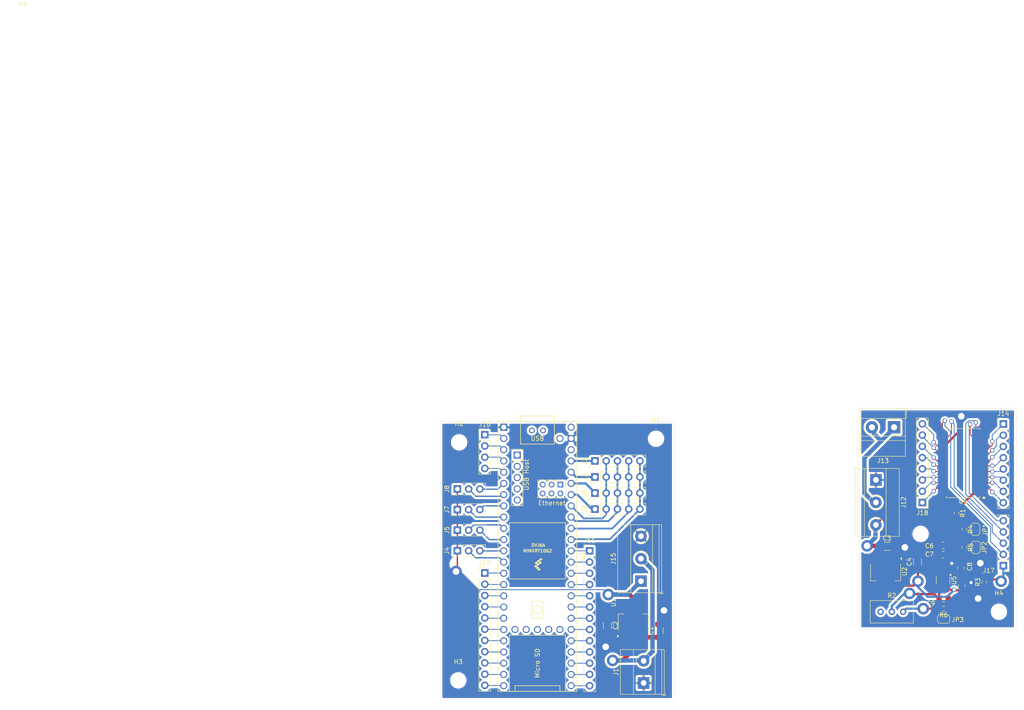
<source format=kicad_pcb>
(kicad_pcb (version 20240108) (generator "pcbnew") (generator_version "8.0")
  (layers (0 "F.Cu" signal) (31 "B.Cu" signal) (34 "B.Paste" user) (35 "F.Paste" user) (36 "B.SilkS" user "B.Silkscreen") (37 "F.SilkS" user "F.Silkscreen") (38 "B.Mask" user) (39 "F.Mask" user) (44 "Edge.Cuts" user))
  (net 0 "")
  (net 1 "+12V")
  (net 2 "GND")
  (net 3 "+5V")
  (net 4 "+3.3V")
  (net 5 "/Stepper_0_STEP")
  (net 6 "/Pin_12")
  (net 7 "/MUX_1")
  (net 8 "/Stepper_0_DIR")
  (net 9 "/Stepper_1_STEP")
  (net 10 "/Stepper_1_DIR")
  (net 11 "/Stepper_2_STEP")
  (net 12 "/Stepper_2_DIR")
  (net 13 "/Stepper_3_DIR")
  (net 14 "/MUX_3")
  (net 15 "/Stepper_3_STEP")
  (net 16 "/Pin_2")
  (net 17 "/MUX_0")
  (net 18 "/Pin_13")
  (net 19 "/MUX_2")
  (net 20 "/Pin_14")
  (net 21 "/Analog_0")
  (net 22 "/Pin_3")
  (net 23 "/Pin_1")
  (net 24 "/Analog_1")
  (net 34 "Net-(U4-COM)")
  (net 35 "Net-(U5--)")
  (net 36 "Net-(J14-Pin_4)")
  (net 37 "Net-(J14-Pin_2)")
  (net 38 "Net-(J14-Pin_1)")
  (net 39 "Net-(J14-Pin_3)")
  (net 40 "Net-(JP1-B)")
  (net 41 "Net-(JP1-A)")
  (net 42 "/Analog_2")
  (net 43 "Net-(J14-Pin_6)")
  (net 44 "Net-(J14-Pin_5)")
  (net 45 "Net-(J14-Pin_8)")
  (net 46 "Net-(J14-Pin_7)")
  (net 47 "/Analog_3")
  (net 48 "Net-(JP3-B)")
  (net 49 "/Pin_25")
  (net 50 "/Pin_29")
  (net 51 "/Pin_31")
  (net 52 "/Pin_24")
  (net 53 "/Pin_28")
  (net 54 "/Pin_32")
  (net 55 "/Pin_26")
  (net 56 "/Pin_27")
  (net 57 "/Pin_0")
  (net 58 "/Pin_30")
  (net 59 "/Pin_3v3")
  (net 60 "/Pin_33")
  (net 61 "/Pin_15")
  (net 62 "/Pin_36")
  (net 63 "/Pin_34")
  (net 64 "/Pin_38")
  (net 65 "/Pin_GND")
  (net 66 "/Pin_40")
  (net 67 "/Pin_35")
  (net 68 "/Pin_41")
  (net 69 "/Pin_39")
  (net 70 "/Pin_37")
  (net 83 "Net-(J18-Pin_7)")
  (net 84 "Net-(J18-Pin_8)")
  (net 85 "Net-(J18-Pin_2)")
  (net 86 "Net-(J18-Pin_4)")
  (net 87 "Net-(J18-Pin_1)")
  (net 88 "Net-(J18-Pin_5)")
  (net 89 "Net-(J18-Pin_6)")
  (net 90 "Net-(J18-Pin_3)")
  (footprint "Jumper:SolderJumper-2_P1.3mm_Bridged_RoundedPad1.0x1.5mm" (layer "F.Cu") (at 218.875 122.15 90)
    (property "Reference" "JP2")
    (property "Value" "Solder _Bridge")
  )
  (footprint "MountingHole:MountingHole_3.2mm_M3" (layer "F.Cu") (at 224.1 136.7)
    (property "Reference" "H4")
    (property "Value" "MountingHole")
  )
  (footprint "Resistor_SMD:R_0603_1608Metric_Pad0.98x0.95mm_HandSolder" (layer "F.Cu") (at 211.6 136 180)
    (property "Reference" "R6")
    (property "Value" "100k")
  )
  (footprint "Teensy:Teensy41_2" (layer "F.Cu") (at 119.8 124.2 -90)
    (property "Reference" "U3")
    (property "Value" "Teensy4.1")
  )
  (footprint "Connector_PinHeader_2.54mm:PinHeader_1x03_P2.54mm_Vertical" (layer "F.Cu") (at 101.7 113.6 90)
    (property "Reference" "J7")
    (property "Value" "Stepper 2")
  )
  (footprint "Capacitor_SMD:C_1206_3216Metric" (layer "F.Cu") (at 147.3 141 90)
    (property "Reference" "C1")
    (property "Value" "10uF")
  )
  (footprint "TerminalBlock_MetzConnect:TerminalBlock_MetzConnect_Type011_RT05502HBWC_1x02_P5.00mm_Horizontal" (layer "F.Cu") (at 200.4 95 180)
    (property "Reference" "J13")
    (property "Value" "Screw_Terminal_01x02")
  )
  (footprint "Connector_PinHeader_2.54mm:PinHeader_1x05_P2.54mm_Vertical" (layer "F.Cu") (at 132.8 106.233333 90)
    (property "Reference" "J3")
    (property "Value" "Analog 1")
  )
  (footprint "Connector_PinHeader_2.54mm:PinHeader_1x03_P2.54mm_Vertical" (layer "F.Cu") (at 101.7 118.25 90)
    (property "Reference" "J5")
    (property "Value" "Stepper 1")
  )
  (footprint "Connector_PinHeader_2.54mm:PinHeader_1x05_P2.54mm_Vertical" (layer "F.Cu") (at 132.8 102.6 90)
    (property "Reference" "J2")
    (property "Value" "Analog 0")
  )
  (footprint "Connector_PinHeader_2.54mm:PinHeader_1x05_P2.54mm_Vertical" (layer "F.Cu") (at 132.8 109.866666 90)
    (property "Reference" "J6")
    (property "Value" "Analog 2")
  )
  (footprint "Connector_PinHeader_2.54mm:PinHeader_1x05_P2.54mm_Vertical" (layer "F.Cu") (at 132.8 113.499999 90)
    (property "Reference" "J9")
    (property "Value" "Analog 3")
  )
  (footprint "Capacitor_SMD:C_0805_2012Metric_Pad1.18x1.45mm_HandSolder" (layer "F.Cu") (at 211.5 121.7)
    (property "Reference" "C6")
    (property "Value" "10uF")
  )
  (footprint "Capacitor_SMD:C_1206_3216Metric" (layer "F.Cu") (at 205.7 125.4 90)
    (property "Reference" "C4")
    (property "Value" "10uF" (hide yes))
  )
  (footprint "Resistor_SMD:R_0603_1608Metric_Pad0.98x0.95mm_HandSolder" (layer "F.Cu") (at 216.275 118.05 -90)
    (property "Reference" "R4")
    (property "Value" "100k")
  )
  (footprint "Package_TO_SOT_SMD:SOT-223-3_TabPin2" (layer "F.Cu") (at 198.5 127.8 -90)
    (property "Reference" "U2")
    (property "Value" "AMS1117-3.3")
  )
  (footprint "Resistor_SMD:R_0603_1608Metric_Pad0.98x0.95mm_HandSolder" (layer "F.Cu") (at 214.5 114.4 -90)
    (property "Reference" "R1")
    (property "Value" "100k")
  )
  (footprint "Connector_PinHeader_2.54mm:PinHeader_1x11_P2.54mm_Vertical" (layer "F.Cu") (at 107.9 127.94)
    (property "Reference" "J10")
    (property "Value" "Conn_01x11")
  )
  (footprint "Connector_PinHeader_2.54mm:PinHeader_1x05_P2.54mm_Vertical" (layer "F.Cu") (at 225.1 126.28 180)
    (property "Reference" "J17")
    (property "Value" "Analog 0")
  )
  (footprint "Jumper:SolderJumper-2_P1.3mm_Bridged_RoundedPad1.0x1.5mm" (layer "F.Cu") (at 218.775 118.05 90)
    (property "Reference" "JP1")
    (property "Value" "Solder _Bridge")
  )
  (footprint "Resistor_SMD:R_0603_1608Metric_Pad0.98x0.95mm_HandSolder" (layer "F.Cu") (at 220.8 130 90)
    (property "Reference" "R3")
    (property "Value" "10k")
  )
  (footprint "Connector_PinHeader_2.54mm:PinHeader_1x04_P2.54mm_Vertical" (layer "F.Cu") (at 107.9 96.68)
    (property "Reference" "J16")
    (property "Value" "Conn_01x04")
  )
  (footprint "TerminalBlock_Phoenix:TerminalBlock_Phoenix_MKDS-1,5-3-5.08_1x03_P5.08mm_Horizontal" (layer "F.Cu") (at 143.2 129.78 90)
    (property "Reference" "J15")
    (property "Value" "Screw_Terminal_01x04")
  )
  (footprint "Package_TO_SOT_SMD:TSOT-23-5_HandSoldering" (layer "F.Cu") (at 211.5 129.6 -90)
    (property "Reference" "U5")
    (property "Value" "OPA607Q1")
  )
  (footprint "Connector_PinHeader_2.54mm:PinHeader_1x08_P2.54mm_Vertical" (layer "F.Cu") (at 225.1 94.26)
    (property "Reference" "J14")
    (property "Value" "Conn_01x16")
  )
  (footprint "Connector_PinHeader_2.54mm:PinHeader_1x03_P2.54mm_Vertical" (layer "F.Cu") (at 101.7 108.95 90)
    (property "Reference" "J8")
    (property "Value" "Stepper 3")
  )
  (footprint "Capacitor_SMD:C_0805_2012Metric_Pad1.18x1.45mm_HandSolder" (layer "F.Cu") (at 215.5 126.8 90)
    (property "Reference" "C8")
    (property "Value" "10uF")
  )
  (footprint "Connector_PinHeader_2.54mm:PinHeader_1x03_P2.54mm_Vertical" (layer "F.Cu") (at 101.7 122.9 90)
    (property "Reference" "J4")
    (property "Value" "Stepper 0")
  )
  (footprint "MountingHole:MountingHole_3.2mm_M3" (layer "F.Cu") (at 3.475 3.475)
    (property "Reference" "H5")
    (property "Value" "MountingHole")
  )
  (footprint "Resistor_SMD:R_0603_1608Metric_Pad0.98x0.95mm_HandSolder" (layer "F.Cu") (at 216.275 122.15 -90)
    (property "Reference" "R5")
    (property "Value" "100k")
  )
  (footprint "Connector_PinHeader_2.54mm:PinHeader_1x08_P2.54mm_Vertical" (layer "F.Cu") (at 206.8 112.01 180)
    (property "Reference" "J18")
    (property "Value" "Conn_01x16")
  )
  (footprint "Connector_PinHeader_2.54mm:PinHeader_1x13_P2.54mm_Vertical" (layer "F.Cu") (at 131.6 122.92)
    (property "Reference" "J11")
    (property "Value" "Conn_01x13" (hide yes))
  )
  (footprint "TerminalBlock_Phoenix:TerminalBlock_Phoenix_MKDS-1,5-3-5.08_1x03_P5.08mm_Horizontal" (layer "F.Cu") (at 196.3 106.9 -90)
    (property "Reference" "J12")
    (property "Value" "Screw_Terminal_01x04")
  )
  (footprint "MountingHole:MountingHole_3.2mm_M3" (layer "F.Cu") (at 146.6 97.6)
    (property "Reference" "H1")
    (property "Value" "MountingHole")
  )
  (footprint "Capacitor_SMD:C_1206_3216Metric" (layer "F.Cu") (at 135.6 139.8 -90)
    (property "Reference" "C2")
    (property "Value" "22uF")
  )
  (footprint "Potentiometer_THT:Potentiometer_Bourns_3296W_Vertical" (layer "F.Cu") (at 202.44 136.7)
    (property "Reference" "R2")
    (property "Value" "R_Trim")
  )
  (footprint "TerminalBlock_Phoenix:TerminalBlock_Phoenix_MKDS-1,5-2_1x02_P5.00mm_Horizontal" (layer "F.Cu") (at 143.8 152.8 90)
    (property "Reference" "J1")
    (property "Value" "Screw_Terminal_01x02")
  )
  (footprint "MountingHole:MountingHole_3.2mm_M3" (layer "F.Cu") (at 102.1 98.4)
    (property "Reference" "H2")
    (property "Value" "MountingHole")
  )
  (footprint "Package_SO:SOIC-24W_7.5x15.4mm_P1.27mm" (layer "F.Cu") (at 216 103.085 180)
    (property "Reference" "U4")
    (property "Value" "CD74HCT4067QM96Q")
  )
  (footprint "MountingHole:MountingHole_3.2mm_M3" (layer "F.Cu") (at 206.4 119.1)
    (property "Reference" "H4" (hide yes))
    (property "Value" "MountingHole")
  )
  (footprint "Package_TO_SOT_SMD:SOT-223-3_TabPin2" (layer "F.Cu") (at 141.5 139.09 90)
    (property "Reference" "U1")
    (property "Value" "AMS1117-5.0")
  )
  (footprint "Jumper:SolderJumper-2_P1.3mm_Bridged_RoundedPad1.0x1.5mm" (layer "F.Cu") (at 211.6 138.3 180)
    (property "Reference" "JP3")
    (property "Value" "Solder _Bridge")
  )
  (footprint "Capacitor_SMD:C_1206_3216Metric" (layer "F.Cu") (at 198.9 121.9)
    (property "Reference" "C3")
    (property "Value" "10uF")
  )
  (footprint "Capacitor_SMD:C_0805_2012Metric_Pad1.18x1.45mm_HandSolder" (layer "F.Cu") (at 215.7 130.8 -90)
    (property "Reference" "C5" (hide yes))
    (property "Value" "100nF")
  )
  (footprint "Capacitor_SMD:C_0805_2012Metric_Pad1.18x1.45mm_HandSolder" (layer "F.Cu") (at 211.6 133.784886)
    (property "Reference" "C9")
    (property "Value" "1pF")
  )
  (footprint "MountingHole:MountingHole_3.2mm_M3" (layer "F.Cu") (at 101.9 152.2)
    (property "Reference" "H3")
    (property "Value" "MountingHole")
  )
  (footprint "Capacitor_SMD:C_0805_2012Metric_Pad1.18x1.45mm_HandSolder" (layer "F.Cu") (at 211.5 123.8)
    (property "Reference" "C7")
    (property "Value" "100nF")
  )
  (gr_rect (start 97.8 93.7) (end 150.7 156.7) (stroke (width 0.05)) (fill none) (layer "Edge.Cuts"))
  (gr_rect (start 192.5 90.7) (end 228 140.7) (stroke (width 0.05)) (fill none) (layer "Edge.Cuts"))
  (segment (start 136.8 147.7) (end 139 147.7) (width 1) (layer "F.Cu") (net 1))
  (segment (start 143.8 142.475) (end 147.3 142.475) (width 1) (layer "F.Cu") (net 1))
  (segment (start 143.8 142.9) (end 143.8 142.24) (width 1) (layer "F.Cu") (net 1))
  (segment (start 139 147.7) (end 143.8 142.9) (width 1) (layer "F.Cu") (net 1))
  (via (at 136.8 147.7) (size 2.6) (drill 1.5) (layers "F.Cu" "B.Cu") (net 1))
  (segment (start 195.9 96.5) (end 195.9 94.25) (width 1) (layer "B.Cu") (net 1))
  (segment (start 193.7 109.88) (end 193.7 101.9) (width 1) (layer "B.Cu") (net 1))
  (segment (start 200.9 94.7) (end 197.5 98.1) (width 1) (layer "B.Cu") (net 1))
  (segment (start 196 112.18) (end 193.7 109.88) (width 1) (layer "B.Cu") (net 1))
  (segment (start 193.7 101.9) (end 197.5 98.1) (width 1) (layer "B.Cu") (net 1))
  (segment (start 136.8 147.7) (end 143.8 147.7) (width 1) (layer "B.Cu") (net 1))
  (segment (start 197.5 98.1) (end 195.9 96.5) (width 1) (layer "B.Cu") (net 1))
  (segment (start 145.8 145.7) (end 145.8 127.2) (width 1) (layer "B.Cu") (net 1))
  (segment (start 143.8 147.7) (end 145.8 145.7) (width 1) (layer "B.Cu") (net 1))
  (segment (start 145.8 127.2) (end 143.3 124.7) (width 1) (layer "B.Cu") (net 1))
  (segment (start 203.925 122.15) (end 205.7 123.925) (width 0.5) (layer "F.Cu") (net 2))
  (segment (start 215.6 92.5) (end 219.4 92.5) (width 0.5) (layer "F.Cu") (net 2))
  (segment (start 147.3 139.525) (end 147.3 137.5) (width 0.5) (layer "F.Cu") (net 2))
  (segment (start 213.4375 125.7625) (end 215.6 125.7625) (width 0.5) (layer "F.Cu") (net 2))
  (segment (start 220.65 93.75) (end 220.65 96.1) (width 0.5) (layer "F.Cu") (net 2))
  (segment (start 217.7 130) (end 217.4625 129.7625) (width 0.5) (layer "F.Cu") (net 2))
  (segment (start 213.4375 125.7625) (end 212.706792 125.7625) (width 0.5) (layer "F.Cu") (net 2))
  (segment (start 216.275 123.55) (end 216.275 123.15) (width 0.5) (layer "F.Cu") (net 2))
  (segment (start 135.219255 144.626206) (end 135.6 144.245461) (width 0.5) (layer "F.Cu") (net 2))
  (segment (start 216.625 122.8) (end 218.875 122.8) (width 0.5) (layer "F.Cu") (net 2))
  (segment (start 136.645461 143.2) (end 138.24 143.2) (width 0.5) (layer "F.Cu") (net 2))
  (segment (start 215.3 93.3) (end 215.3 95.714999) (width 0.5) (layer "F.Cu") (net 2))
  (segment (start 217.4625 129.7625) (end 215.7 129.7625) (width 0.5) (layer "F.Cu") (net 2))
  (segment (start 135.6 144.245461) (end 135.6 141.275) (width 0.5) (layer "F.Cu") (net 2))
  (segment (start 147.3 137.5) (end 148.4 136.4) (width 0.5) (layer "F.Cu") (net 2))
  (segment (start 220.8 132.3) (end 220.8 131) (width 0.5) (layer "F.Cu") (net 2))
  (segment (start 211.5 126.969292) (end 211.5 127.89) (width 0.5) (layer "F.Cu") (net 2))
  (segment (start 216.275 123.15) (end 216.625 122.8) (width 0.5) (layer "F.Cu") (net 2))
  (segment (start 215.6 92.5) (end 215.6 93) (width 0.5) (layer "F.Cu") (net 2))
  (segment (start 138.24 143.2) (end 139.2 142.24) (width 0.5) (layer "F.Cu") (net 2))
  (segment (start 202.6 121.9) (end 200.375 121.9) (width 0.5) (layer "F.Cu") (net 2))
  (segment (start 215.3 95.714999) (end 212.374999 98.64) (width 0.5) (layer "F.Cu") (net 2))
  (segment (start 218.425 125.7) (end 216.275 123.55) (width 0.5) (layer "F.Cu") (net 2))
  (segment (start 215.6 93) (end 215.3 93.3) (width 0.5) (layer "F.Cu") (net 2))
  (segment (start 213.4375 124.7) (end 212.5375 123.8) (width 0.5) (layer "F.Cu") (net 2))
  (segment (start 213.4375 125.7625) (end 213.4375 124.7) (width 0.5) (layer "F.Cu") (net 2))
  (segment (start 219.4 133.7) (end 220.8 132.3) (width 0.5) (layer "F.Cu") (net 2))
  (segment (start 202.85 122.15) (end 200.8 124.2) (width 0.5) (layer "F.Cu") (net 2))
  (segment (start 135.219255 144.626206) (end 136.645461 143.2) (width 0.5) (layer "F.Cu") (net 2))
  (segment (start 219.9 125.7) (end 218.425 125.7) (width 0.5) (layer "F.Cu") (net 2))
  (segment (start 212.374999 98.64) (end 211.35 98.64) (width 0.5) (layer "F.Cu") (net 2))
  (segment (start 202.85 122.15) (end 203.925 122.15) (width 0.5) (layer "F.Cu") (net 2))
  (segment (start 202.85 122.15) (end 202.6 121.9) (width 0.5) (layer "F.Cu") (net 2))
  (segment (start 219.4 92.5) (end 220.65 93.75) (width 0.5) (layer "F.Cu") (net 2))
  (segment (start 212.706792 125.7625) (end 211.5 126.969292) (width 0.5) (layer "F.Cu") (net 2))
  (segment (start 212.5375 123.8) (end 212.5375 121.7) (width 0.5) (layer "F.Cu") (net 2))
  (via (at 213.4375 125.7625) (size 1) (drill 0.7) (layers "F.Cu" "B.Cu") (net 2))
  (via (at 135.219255 144.626206) (size 2.6) (drill 1.5) (layers "F.Cu" "B.Cu") (net 2))
  (via (at 219.4 133.7) (size 2.6) (drill 1.5) (layers "F.Cu" "B.Cu") (net 2))
  (via (at 215.6 92.5) (size 2.6) (drill 1.5) (layers "F.Cu" "B.Cu") (net 2))
  (via (at 219.9 125.7) (size 2.6) (drill 1.5) (layers "F.Cu" "B.Cu") (net 2))
  (via (at 202.85 122.15) (size 2.6) (drill 1.5) (layers "F.Cu" "B.Cu") (net 2))
  (via (at 148.4 136.4) (size 2.6) (drill 1.5) (layers "F.Cu" "B.Cu") (net 2))
  (via (at 217.8 130.1) (size 1) (drill 0.7) (layers "F.Cu" "B.Cu") (net 2))
  (segment (start 135.6 137.7) (end 137.36 135.94) (width 0.5) (layer "F.Cu") (net 3))
  (segment (start 101.4 127.6) (end 101.7 127.3) (width 0.3) (layer "F.Cu") (net 3))
  (segment (start 135.8 132.8) (end 140.6 132.8) (width 1) (layer "F.Cu") (net 3))
  (segment (start 197.325 121.8) (end 194.3 121.8) (width 1) (layer "F.Cu") (net 3))
  (segment (start 196.2 123.125) (end 197.425 121.9) (width 1) (layer "F.Cu") (net 3))
  (segment (start 197.96 115.3) (end 209.4 115.3) (width 0.5) (layer "F.Cu") (net 3))
  (segment (start 140.6 132.8) (end 141.5 133.7) (width 1) (layer "F.Cu") (net 3))
  (segment (start 197.425 121.9) (end 197.325 121.8) (width 1) (layer "F.Cu") (net 3))
  (segment (start 101.7 127.3) (end 101.7 108.95) (width 0.3) (layer "F.Cu") (net 3))
  (segment (start 196 117.26) (end 197.96 115.3) (width 0.5) (layer "F.Cu") (net 3))
  (segment (start 209.4 115.3) (end 211.35 113.35) (width 0.5) (layer "F.Cu") (net 3))
  (segment (start 196.2 124.65) (end 196.2 123.125) (width 1) (layer "F.Cu") (net 3))
  (segment (start 137.36 135.94) (end 141.5 135.94) (width 0.5) (layer "F.Cu") (net 3))
  (segment (start 141.5 142.24) (end 141.5 133.7) (width 1) (layer "F.Cu") (net 3))
  (segment (start 135.6 138.325) (end 135.6 137.7) (width 0.5) (layer "F.Cu") (net 3))
  (segment (start 211.35 113.35) (end 211.35 110.07) (width 0.5) (layer "F.Cu") (net 3))
  (via (at 101.4 127.6) (size 2.6) (drill 1.5) (layers "F.Cu" "B.Cu") (net 3))
  (via (at 135.8 132.8) (size 2.6) (drill 1.5) (layers "F.Cu" "B.Cu") (net 3))
  (via (at 194.3 121.8) (size 2.6) (drill 1.5) (layers "F.Cu" "B.Cu") (net 3))
  (segment (start 135.8 132.8) (end 140.18 132.8) (width 1) (layer "B.Cu") (net 3))
  (segment (start 196.2 119.9) (end 196.2 117.46) (width 1) (layer "B.Cu") (net 3))
  (segment (start 140.18 132.8) (end 143.2 129.78) (width 1) (layer "B.Cu") (net 3))
  (segment (start 105.5 131.7) (end 101.4 127.6) (width 0.2) (layer "B.Cu") (net 3))
  (segment (start 135.8 132.8) (end 134.7 131.7) (width 0.2) (layer "B.Cu") (net 3))
  (segment (start 194.3 121.8) (end 196.2 119.9) (width 1) (layer "B.Cu") (net 3))
  (segment (start 134.7 131.7) (end 105.5 131.7) (width 0.2) (layer "B.Cu") (net 3))
  (segment (start 214 131.7) (end 214.1375 131.8375) (width 0.5) (layer "F.Cu") (net 4))
  (segment (start 205.8 128.9) (end 205.8 126.975) (width 0.5) (layer "F.Cu") (net 4))
  (segment (start 214 131.7) (end 212.84 131.7) (width 0.5) (layer "F.Cu") (net 4))
  (segment (start 198.5 124.65) (end 198.5 130.95) (width 0.5) (layer "F.Cu") (net 4))
  (segment (start 205.8 129.8) (end 204.8 130.8) (width 0.5) (layer "F.Cu") (net 4))
  (segment (start 212.84 131.7) (end 212.45 131.31) (width 0.5) (layer "F.Cu") (net 4))
  (segment (start 214.1375 131.8375) (end 215.7 131.8375) (width 0.5) (layer "F.Cu") (net 4))
  (segment (start 205.8 129.8) (end 205.8 128.9) (width 0.5) (layer "F.Cu") (net 4))
  (segment (start 204.8 130.8) (end 198.65 130.8) (width 0.5) (layer "F.Cu") (net 4))
  (via (at 205.8 129.8) (size 2.6) (drill 1.5) (layers "F.Cu" "B.Cu") (net 4))
  (via (at 214 131.7) (size 1) (drill 0.7) (layers "F.Cu" "B.Cu") (net 4))
  (segment (start 214 131.7) (end 212.4 133.3) (width 0.5) (layer "B.Cu") (net 4))
  (segment (start 212.4 133.3) (end 208 133.3) (width 0.5) (layer "B.Cu") (net 4))
  (segment (start 205.8 131.1) (end 205.8 129.8) (width 0.5) (layer "B.Cu") (net 4))
  (segment (start 208 133.3) (end 205.8 131.1) (width 0.5) (layer "B.Cu") (net 4))
  (segment (start 106.83 122.95) (end 112.16 122.95) (width 0.3) (layer "B.Cu") (net 5))
  (segment (start 107.9 127.94) (end 112.11 127.94) (width 0.2) (layer "B.Cu") (net 6))
  (segment (start 218.9 93.9) (end 218.9 96.015552) (width 0.2) (layer "F.Cu") (net 7))
  (segment (start 218.9 96.015552) (end 220.254448 97.37) (width 0.2) (layer "F.Cu") (net 7))
  (via (at 218.9 93.9) (size 1) (drill 0.7) (layers "F.Cu" "B.Cu") (net 7))
  (segment (start 216.6 110.16) (end 225.1 118.66) (width 0.2) (layer "B.Cu") (net 7))
  (segment (start 218.9 93.9) (end 218.539298 93.539298) (width 0.2) (layer "B.Cu") (net 7))
  (segment (start 217.276556 93.539298) (end 216.6 94.215854) (width 0.2) (layer "B.Cu") (net 7))
  (segment (start 137.88 114.166666) (end 137.88 102.6) (width 0.4) (layer "B.Cu") (net 7))
  (segment (start 127.42 115.31) (end 128.31 116.2) (width 0.4) (layer "B.Cu") (net 7))
  (segment (start 128.31 116.2) (end 135.846666 116.2) (width 0.4) (layer "B.Cu") (net 7))
  (segment (start 218.539298 93.539298) (end 217.276556 93.539298) (width 0.2) (layer "B.Cu") (net 7))
  (segment (start 216.6 94.215854) (end 216.6 110.16) (width 0.2) (layer "B.Cu") (net 7))
  (segment (start 135.846666 116.2) (end 137.88 114.166666) (width 0.4) (layer "B.Cu") (net 7))
  (segment (start 111.21 124.5) (end 105.84 124.5) (width 0.3) (layer "B.Cu") (net 8))
  (segment (start 112.18 125.47) (end 111.21 124.5) (width 0.3) (layer "B.Cu") (net 8))
  (segment (start 105.84 124.5) (end 104.24 122.9) (width 0.3) (layer "B.Cu") (net 8))
  (segment (start 105.439999 117.050001) (end 104.24 118.25) (width 0.3) (layer "B.Cu") (net 9))
  (segment (start 112.18 117.85) (end 111.380001 117.050001) (width 0.3) (layer "B.Cu") (net 9))
  (segment (start 111.380001 117.050001) (end 105.439999 117.050001) (width 0.3) (layer "B.Cu") (net 9))
  (segment (start 108.92 120.39) (end 106.78 118.25) (width 0.3) (layer "B.Cu") (net 10))
  (segment (start 112.18 120.39) (end 108.92 120.39) (width 0.3) (layer "B.Cu") (net 10))
  (segment (start 104.24 113.6) (end 105.95 115.31) (width 0.3) (layer "B.Cu") (net 11))
  (segment (start 105.95 115.31) (end 112.18 115.31) (width 0.3) (layer "B.Cu") (net 11))
  (segment (start 107.61 112.77) (end 112.18 112.77) (width 0.3) (layer "B.Cu") (net 12))
  (segment (start 106.78 113.6) (end 107.61 112.77) (width 0.3) (layer "B.Cu") (net 12))
  (segment (start 106.83 109) (end 110.87 109) (width 0.3) (layer "B.Cu") (net 13))
  (segment (start 110.87 109) (end 112.18 107.69) (width 0.3) (layer "B.Cu") (net 13))
  (segment (start 211.9 93.5) (end 211.35 94.05) (width 0.2) (layer "F.Cu") (net 14))
  (segment (start 211.35 94.05) (end 211.35 96.1) (width 0.2) (layer "F.Cu") (net 14))
  (via (at 211.9 93.5) (size 1) (drill 0.7) (layers "F.Cu" "B.Cu") (net 14))
  (segment (start 222.2 120.84) (end 225.1 123.74) (width 0.2) (layer "B.Cu") (net 14))
  (segment (start 127.285 120.29) (end 136.169999 120.29) (width 0.4) (layer "B.Cu") (net 14))
  (segment (start 213.2 96) (end 213.2 108.5) (width 0.2) (layer "B.Cu") (net 14))
  (segment (start 211.9 93.5) (end 211.9 94.7) (width 0.2) (layer "B.Cu") (net 14))
  (segment (start 211.9 94.7) (end 213.2 96) (width 0.2) (layer "B.Cu") (net 14))
  (segment (start 136.169999 120.29) (end 142.96 113.499999) (width 0.4) (layer "B.Cu") (net 14))
  (segment (start 213.2 108.5) (end 222.2 117.5) (width 0.2) (layer "B.Cu") (net 14))
  (segment (start 222.2 117.5) (end 222.2 120.84) (width 0.2) (layer "B.Cu") (net 14))
  (segment (start 142.96 113.499999) (end 142.96 102.6) (width 0.4) (layer "B.Cu") (net 14))
  (segment (start 105.89 110.6) (end 104.24 108.95) (width 0.3) (layer "B.Cu") (net 15))
  (segment (start 111.81 110.6) (end 105.89 110.6) (width 0.3) (layer "B.Cu") (net 15))
  (segment (start 111.33 101.76) (end 112.18 102.61) (width 0.2) (layer "B.Cu") (net 16))
  (segment (start 107.9 101.76) (end 111.33 101.76) (width 0.2) (layer "B.Cu") (net 16))
  (segment (start 217.607927 94.339298) (end 217.607927 96.622926) (width 0.2) (layer "F.Cu") (net 17))
  (segment (start 217.607927 96.622926) (end 219.625001 98.64) (width 0.2) (layer "F.Cu") (net 17))
  (segment (start 219.625001 98.64) (end 220.65 98.64) (width 0.2) (layer "F.Cu") (net 17))
  (via (at 217.607927 94.339298) (size 1) (drill 0.7) (layers "F.Cu" "B.Cu") (net 17))
  (segment (start 223.62 116.12) (end 225.1 116.12) (width 0.2) (layer "B.Cu") (net 17))
  (segment (start 217.4 94.547225) (end 217.4 109.9) (width 0.2) (layer "B.Cu") (net 17))
  (segment (start 127.42 112.77) (end 130.25 115.6) (width 0.4) (layer "B.Cu") (net 17))
  (segment (start 217.4 109.9) (end 223.62 116.12) (width 0.2) (layer "B.Cu") (net 17))
  (segment (start 130.25 115.6) (end 134.5 115.6) (width 0.4) (layer "B.Cu") (net 17))
  (segment (start 135.34 114.76) (end 135.34 102.6) (width 0.4) (layer "B.Cu") (net 17))
  (segment (start 134.5 115.6) (end 135.34 114.76) (width 0.4) (layer "B.Cu") (net 17))
  (segment (start 217.607927 94.339298) (end 217.4 94.547225) (width 0.2) (layer "B.Cu") (net 17))
  (segment (start 131.6 128) (end 127.43 128) (width 0.2) (layer "B.Cu") (net 18))
  (segment (start 213.4 96.344999) (end 212.374999 97.37) (width 0.2) (layer "F.Cu") (net 19))
  (segment (start 213.4 93.7) (end 213.4 96.344999) (width 0.2) (layer "F.Cu") (net 19))
  (segment (start 212.374999 97.37) (end 211.35 97.37) (width 0.2) (layer "F.Cu") (net 19))
  (via (at 213.4 93.7) (size 1) (drill 0.7) (layers "F.Cu" "B.Cu") (net 19))
  (segment (start 222.6 117.1) (end 222.6 118.7) (width 0.2) (layer "B.Cu") (net 19))
  (segment (start 214 108.5) (end 222.6 117.1) (width 0.2) (layer "B.Cu") (net 19))
  (segment (start 127.47 117.9) (end 136.686666 117.9) (width 0.4) (layer "B.Cu") (net 19))
  (segment (start 214 94.3) (end 214 108.5) (width 0.2) (layer "B.Cu") (net 19))
  (segment (start 140.42 114.166666) (end 140.42 102.6) (width 0.4) (layer "B.Cu") (net 19))
  (segment (start 136.686666 117.9) (end 140.42 114.166666) (width 0.4) (layer "B.Cu") (net 19))
  (segment (start 222.6 118.7) (end 225.1 121.2) (width 0.2) (layer "B.Cu") (net 19))
  (segment (start 213.4 93.7) (end 214 94.3) (width 0.2) (layer "B.Cu") (net 19))
  (segment (start 127.42 125.47) (end 131.59 125.47) (width 0.2) (layer "B.Cu") (net 20))
  (segment (start 224.6 129.8) (end 224.2 129.4) (width 0.5) (layer "F.Cu") (net 21))
  (segment (start 219.6025 127.89) (end 220.8 129.0875) (width 0.5) (layer "F.Cu") (net 21))
  (segment (start 212.45 127.89) (end 219.6025 127.89) (width 0.5) (layer "F.Cu") (net 21))
  (segment (start 215.3 133.784886) (end 214.815114 133.784886) (width 0.5) (layer "F.Cu") (net 21))
  (segment (start 212.664209 133.784886) (end 216.102614 133.784886) (width 0.5) (layer "F.Cu") (net 21))
  (segment (start 216.102614 133.784886) (end 220.8 129.0875) (width 0.5) (layer "F.Cu") (net 21))
  (segment (start 214.815114 133.784886) (end 212.6 136) (width 0.5) (layer "F.Cu") (net 21))
  (segment (start 212.6 136) (end 212.6 137.95) (width 0.5) (layer "F.Cu") (net 21))
  (segment (start 224.2 129.4) (end 221.1125 129.4) (width 0.5) (layer "F.Cu") (net 21))
  (segment (start 212.6 137.95) (end 212.25 138.3) (width 0.5) (layer "F.Cu") (net 21))
  (segment (start 221.1125 129.4) (end 220.8 129.0875) (width 0.5) (layer "F.Cu") (net 21))
  (via (at 224.6 129.8) (size 2.6) (drill 1.5) (layers "F.Cu" "B.Cu") (net 21))
  (segment (start 225.1 129.3) (end 225.1 126.28) (width 0.5) (layer "B.Cu") (net 21))
  (segment (start 132.8 102.6) (end 127.43 102.6) (width 0.5) (layer "B.Cu") (net 21))
  (segment (start 224.6 129.8) (end 225.1 129.3) (width 0.5) (layer "B.Cu") (net 21))
  (segment (start 111.33 104.3) (end 112.18 105.15) (width 0.2) (layer "B.Cu") (net 22))
  (segment (start 107.9 104.3) (end 111.33 104.3) (width 0.2) (layer "B.Cu") (net 22))
  (segment (start 111.33 99.22) (end 112.18 100.07) (width 0.2) (layer "B.Cu") (net 23))
  (segment (start 107.9 99.22) (end 111.33 99.22) (width 0.2) (layer "B.Cu") (net 23))
  (segment (start 132.8 106.233333) (end 128.503333 106.233333) (width 0.5) (layer "B.Cu") (net 24))
  (segment (start 128.503333 106.233333) (end 127.42 105.15) (width 0.5) (layer "B.Cu") (net 24))
  (segment (start 213.6 113.4) (end 210.55 116.45) (width 0.5) (layer "F.Cu") (net 34))
  (segment (start 220.65 110.07) (end 218.162854 110.07) (width 0.5) (layer "F.Cu") (net 34))
  (segment (start 214.87 113.4) (end 213.6 113.4) (width 0.5) (layer "F.Cu") (net 34))
  (segment (start 218.2 110.07) (end 214.87 113.4) (width 0.5) (layer "F.Cu") (net 34))
  (segment (start 210.55 116.45) (end 210.55 127.89) (width 0.5) (layer "F.Cu") (net 34))
  (segment (start 210.6 132.6) (end 210.589209 132.610791) (width 0.5) (layer "F.Cu") (net 35))
  (segment (start 203.9 132.55) (end 204.05 132.7) (width 0.5) (layer "F.Cu") (net 35))
  (segment (start 204.05 132.7) (end 209.477614 132.7) (width 0.5) (layer "F.Cu") (net 35))
  (segment (start 210.6 131.36) (end 210.6 132.6) (width 0.5) (layer "F.Cu") (net 35))
  (segment (start 210.589209 132.610791) (end 210.589209 133.784886) (width 0.5) (layer "F.Cu") (net 35))
  (segment (start 209.477614 132.7) (end 210.5625 133.784886) (width 0.5) (layer "F.Cu") (net 35))
  (via (at 203.9 132.55) (size 2.6) (drill 1.5) (layers "F.Cu" "B.Cu") (net 35))
  (segment (start 202.75 132.55) (end 199.9 135.4) (width 0.5) (layer "B.Cu") (net 35))
  (segment (start 203.9 132.55) (end 202.75 132.55) (width 0.5) (layer "B.Cu") (net 35))
  (segment (start 199.9 135.4) (end 199.9 136.7) (width 0.5) (layer "B.Cu") (net 35))
  (segment (start 220.65 103.72) (end 222.6 103.72) (width 0.2) (layer "F.Cu") (net 36))
  (via (at 222.6 103.72) (size 1) (drill 0.7) (layers "F.Cu" "B.Cu") (net 36))
  (segment (start 222.6 103.72) (end 223.26 103.72) (width 0.2) (layer "B.Cu") (net 36))
  (segment (start 223.26 103.72) (end 225.1 101.88) (width 0.2) (layer "B.Cu") (net 36))
  (segment (start 222.6 100.2) (end 221.62 101.18) (width 0.2) (layer "F.Cu") (net 37))
  (segment (start 221.62 101.18) (end 220.65 101.18) (width 0.2) (layer "F.Cu") (net 37))
  (via (at 222.6 100.2) (size 1) (drill 0.7) (layers "F.Cu" "B.Cu") (net 37))
  (segment (start 224.5 96.8) (end 223.5 97.8) (width 0.2) (layer "B.Cu") (net 37))
  (segment (start 223.5 97.8) (end 223.5 99.3) (width 0.2) (layer "B.Cu") (net 37))
  (segment (start 223.5 99.3) (end 222.6 100.2) (width 0.2) (layer "B.Cu") (net 37))
  (segment (start 222.6 98.984999) (end 221.674999 99.91) (width 0.2) (layer "F.Cu") (net 38))
  (segment (start 222.6 98.2) (end 222.6 98.984999) (width 0.2) (layer "F.Cu") (net 38))
  (segment (start 221.674999 99.91) (end 220.65 99.91) (width 0.2) (layer "F.Cu") (net 38))
  (via (at 222.6 98.2) (size 1) (drill 0.7) (layers "F.Cu" "B.Cu") (net 38))
  (segment (start 222.6 98.2) (end 222.6 96.76) (width 0.2) (layer "B.Cu") (net 38))
  (segment (start 222.6 96.76) (end 225.1 94.26) (width 0.2) (layer "B.Cu") (net 38))
  (segment (start 221.99 102.45) (end 220.65 102.45) (width 0.2) (layer "F.Cu") (net 39))
  (segment (start 222.67 101.77) (end 221.99 102.45) (width 0.2) (layer "F.Cu") (net 39))
  (via (at 222.6 101.77) (size 1) (drill 0.7) (layers "F.Cu" "B.Cu") (net 39))
  (segment (start 225.1 99.34) (end 222.67 101.77) (width 0.2) (layer "B.Cu") (net 39))
  (segment (start 216.275 117.1375) (end 218.5125 117.1375) (width 0.5) (layer "F.Cu") (net 40))
  (segment (start 218.5125 117.1375) (end 218.775 117.4) (width 0.5) (layer "F.Cu") (net 40))
  (segment (start 214.5 115.3125) (end 216.275 117.0875) (width 0.5) (layer "F.Cu") (net 40))
  (segment (start 216.275 121.15) (end 218.525 121.15) (width 0.5) (layer "F.Cu") (net 41))
  (segment (start 216.275 119.05) (end 216.275 121.15) (width 0.5) (layer "F.Cu") (net 41))
  (segment (start 216.625 118.7) (end 216.275 119.05) (width 0.5) (layer "F.Cu") (net 41))
  (segment (start 218.775 118.7) (end 216.625 118.7) (width 0.5) (layer "F.Cu") (net 41))
  (segment (start 218.525 121.15) (end 218.875 121.5) (width 0.5) (layer "F.Cu") (net 41))
  (segment (start 130.69 107.69) (end 127.42 107.69) (width 0.5) (layer "B.Cu") (net 42))
  (segment (start 132.8 109.8) (end 130.69 107.69) (width 0.5) (layer "B.Cu") (net 42))
  (segment (start 220.65 106.26) (end 222.7 106.26) (width 0.2) (layer "F.Cu") (net 43))
  (via (at 222.6 106.26) (size 1) (drill 0.7) (layers "F.Cu" "B.Cu") (net 43))
  (segment (start 222.7 106.26) (end 224.4 106.26) (width 0.2) (layer "B.Cu") (net 43))
  (segment (start 224.4 106.26) (end 225.1 106.96) (width 0.2) (layer "B.Cu") (net 43))
  (segment (start 222.6 105) (end 220.66 105) (width 0.2) (layer "F.Cu") (net 44))
  (via (at 222.6 105) (size 1) (drill 0.7) (layers "F.Cu" "B.Cu") (net 44))
  (segment (start 224.52 105) (end 222.6 105) (width 0.2) (layer "B.Cu") (net 44))
  (segment (start 220.65 108.8) (end 221.86 108.8) (width 0.2) (layer "F.Cu") (net 45))
  (segment (start 221.86 108.8) (end 222.68 109.62) (width 0.2) (layer "F.Cu") (net 45))
  (via (at 222.6 109.62) (size 1) (drill 0.7) (layers "F.Cu" "B.Cu") (net 45))
  (segment (start 222.68 109.62) (end 225.1 112.04) (width 0.2) (layer "B.Cu") (net 45))
  (segment (start 220.65 107.53) (end 222.6 107.53) (width 0.2) (layer "F.Cu") (net 46))
  (via (at 222.6 107.53) (size 1) (drill 0.7) (layers "F.Cu" "B.Cu") (net 46))
  (segment (start 223.13 107.53) (end 225.1 109.5) (width 0.2) (layer "B.Cu") (net 46))
  (segment (start 222.6 107.53) (end 223.13 107.53) (width 0.2) (layer "B.Cu") (net 46))
  (segment (start 132.8 113.499999) (end 132.099999 113.499999) (width 0.5) (layer "B.Cu") (net 47))
  (segment (start 128.83 110.23) (end 127.42 110.23) (width 0.5) (layer "B.Cu") (net 47))
  (segment (start 132.099999 113.499999) (end 128.83 110.23) (width 0.5) (layer "B.Cu") (net 47))
  (segment (start 210.95 138.3) (end 210.95 136.35) (width 0.2) (layer "F.Cu") (net 48))
  (segment (start 210.6 136) (end 207 136) (width 0.5) (layer "F.Cu") (net 48))
  (via (at 207 136) (size 2.6) (drill 1.5) (layers "F.Cu" "B.Cu") (net 48))
  (segment (start 203.14 136) (end 202.44 136.7) (width 0.5) (layer "B.Cu") (net 48))
  (segment (start 207 136) (end 203.14 136) (width 0.5) (layer "B.Cu") (net 48))
  (segment (start 107.9 135.6) (end 112.15 135.6) (width 0.2) (layer "B.Cu") (net 49))
  (segment (start 112.18 145.79) (end 107.93 145.79) (width 0.2) (layer "B.Cu") (net 50))
  (segment (start 112.18 150.87) (end 107.93 150.87) (width 0.2) (layer "B.Cu") (net 51))
  (segment (start 112.18 133.09) (end 107.93 133.09) (width 0.2) (layer "B.Cu") (net 52))
  (segment (start 107.9 143.22) (end 112.15 143.22) (width 0.2) (layer "B.Cu") (net 53))
  (segment (start 107.9 153.38) (end 112.15 153.38) (width 0.2) (layer "B.Cu") (net 54))
  (segment (start 112.18 138.17) (end 107.93 138.17) (width 0.2) (layer "B.Cu") (net 55))
  (segment (start 107.9 140.68) (end 112.15 140.68) (width 0.2) (layer "B.Cu") (net 56))
  (segment (start 112.18 97.53) (end 111.35 96.7) (width 0.2) (layer "B.Cu") (net 57))
  (segment (start 111.35 96.7) (end 107.92 96.7) (width 0.2) (layer "B.Cu") (net 57))
  (segment (start 107.9 148.3) (end 112.15 148.3) (width 0.2) (layer "B.Cu") (net 58))
  (segment (start 107.9 130.52) (end 112.15 130.52) (width 0.2) (layer "B.Cu") (net 59))
  (segment (start 127.42 153.41) (end 131.59 153.41) (width 0.2) (layer "B.Cu") (net 60))
  (segment (start 131.6 122.92) (end 127.43 122.92) (width 0.2) (layer "B.Cu") (net 61))
  (segment (start 127.42 145.79) (end 131.59 145.79) (width 0.2) (layer "B.Cu") (net 62))
  (segment (start 127.42 150.87) (end 131.59 150.87) (width 0.2) (layer "B.Cu") (net 63))
  (segment (start 127.42 140.71) (end 131.59 140.71) (width 0.2) (layer "B.Cu") (net 64))
  (segment (start 127.42 130.55) (end 131.59 130.55) (width 0.2) (layer "B.Cu") (net 65))
  (segment (start 131.6 135.62) (end 127.43 135.62) (width 0.2) (layer "B.Cu") (net 66))
  (segment (start 127.42 148.33) (end 131.59 148.33) (width 0.2) (layer "B.Cu") (net 67))
  (segment (start 127.42 133.09) (end 131.59 133.09) (width 0.2) (layer "B.Cu") (net 68))
  (segment (start 127.42 138.17) (end 131.59 138.17) (width 0.2) (layer "B.Cu") (net 69))
  (segment (start 131.6 143.24) (end 127.43 143.24) (width 0.2) (layer "B.Cu") (net 70))
  (segment (start 209.4 99.7) (end 210.88 101.18) (width 0.2) (layer "F.Cu") (net 83))
  (segment (start 209.4 99.6) (end 209.4 99.7) (width 0.2) (layer "F.Cu") (net 83))
  (via (at 209.355 99.6) (size 1) (drill 0.7) (layers "F.Cu" "B.Cu") (net 83))
  (segment (start 206.8 97.045) (end 209.355 99.6) (width 0.2) (layer "B.Cu") (net 83))
  (segment (start 210.865 99.91) (end 209.355 98.4) (width 0.2) (layer "F.Cu") (net 84))
  (via (at 209.355 98.4) (size 1) (drill 0.7) (layers "F.Cu" "B.Cu") (net 84))
  (segment (start 209.355 98.4) (end 209.355 96.655) (width 0.2) (layer "B.Cu") (net 84))
  (segment (start 209.355 96.655) (end 206.93 94.23) (width 0.2) (layer "B.Cu") (net 84))
  (segment (start 209.4 107.53) (end 211.35 107.53) (width 0.2) (layer "F.Cu") (net 85))
  (via (at 209.355 107.53) (size 1) (drill 0.7) (layers "F.Cu" "B.Cu") (net 85))
  (segment (start 206.8 109.47) (end 208.74 107.53) (width 0.2) (layer "B.Cu") (net 85))
  (segment (start 208.74 107.53) (end 209.4 107.53) (width 0.2) (layer "B.Cu") (net 85))
  (segment (start 209.39 104.99) (end 209.345 104.945) (width 0.2) (layer "F.Cu") (net 86))
  (segment (start 211.35 104.99) (end 209.39 104.99) (width 0.2) (layer "F.Cu") (net 86))
  (via (at 209.355 104.945) (size 1) (drill 0.7) (layers "F.Cu" "B.Cu") (net 86))
  (segment (start 208.8 104.39) (end 206.8 104.39) (width 0.2) (layer "B.Cu") (net 86))
  (segment (start 209.345 104.935) (end 208.8 104.39) (width 0.2) (layer "B.Cu") (net 86))
  (segment (start 209.345 104.945) (end 209.345 104.935) (width 0.2) (layer "B.Cu") (net 86))
  (segment (start 210.01 108.8) (end 211.35 108.8) (width 0.2) (layer "F.Cu") (net 87))
  (segment (start 209.355 109.455) (end 210.01 108.8) (width 0.2) (layer "F.Cu") (net 87))
  (via (at 209.355 109.455) (size 1) (drill 0.7) (layers "F.Cu" "B.Cu") (net 87))
  (segment (start 206.8 112.01) (end 209.355 109.455) (width 0.2) (layer "B.Cu") (net 87))
  (segment (start 209.62 103.72) (end 209.35 103.45) (width 0.2) (layer "F.Cu") (net 88))
  (segment (start 211.35 103.72) (end 209.62 103.72) (width 0.2) (layer "F.Cu") (net 88))
  (via (at 209.355 103.45) (size 1) (drill 0.7) (layers "F.Cu" "B.Cu") (net 88))
  (segment (start 207.755 101.85) (end 206.8 101.85) (width 0.2) (layer "B.Cu") (net 88))
  (segment (start 209.35 103.445) (end 207.755 101.85) (width 0.2) (layer "B.Cu") (net 88))
  (segment (start 209.35 103.45) (end 209.35 103.445) (width 0.2) (layer "B.Cu") (net 88))
  (segment (start 209.94 102.45) (end 211.35 102.45) (width 0.2) (layer "F.Cu") (net 89))
  (segment (start 209.345 101.855) (end 209.94 102.45) (width 0.2) (layer "F.Cu") (net 89))
  (via (at 209.355 101.855) (size 1) (drill 0.7) (layers "F.Cu" "B.Cu") (net 89))
  (segment (start 206.81 99.31) (end 209.345 101.845) (width 0.2) (layer "B.Cu") (net 89))
  (segment (start 209.345 101.845) (end 209.345 101.855) (width 0.2) (layer "B.Cu") (net 89))
  (segment (start 209.3 106.3) (end 211.31 106.3) (width 0.2) (layer "F.Cu") (net 90))
  (via (at 209.355 106.3) (size 1) (drill 0.7) (layers "F.Cu" "B.Cu") (net 90))
  (segment (start 207.43 106.3) (end 209.3 106.3) (width 0.2) (layer "B.Cu") (net 90))
  (segment (start 206.8 106.93) (end 207.43 106.3) (width 0.2) (layer "B.Cu") (net 90))
  (zone (net 2) (net_name "GND") (layer "B.Cu") (priority 1) (connect_pads (clearance 0.5)) (min_thickness 0.25) (fill yes (thermal_gap 0.5) (thermal_bridge_width 0.5))
    (polygon (pts (xy 192.5 140.7) (xy 227.97 140.64) (xy 227.97 90.64) (xy 192.5 90.7)))
  )
  (zone (net 2) (net_name "GND") (layer "B.Cu") (connect_pads (clearance 0.5)) (min_thickness 0.25) (fill yes (thermal_gap 0.5) (thermal_bridge_width 0.5))
    (polygon (pts (xy 150.7 156.7) (xy 150.7 93.7) (xy 97.8 93.7) (xy 97.8 156.7)))
  )
)
</source>
